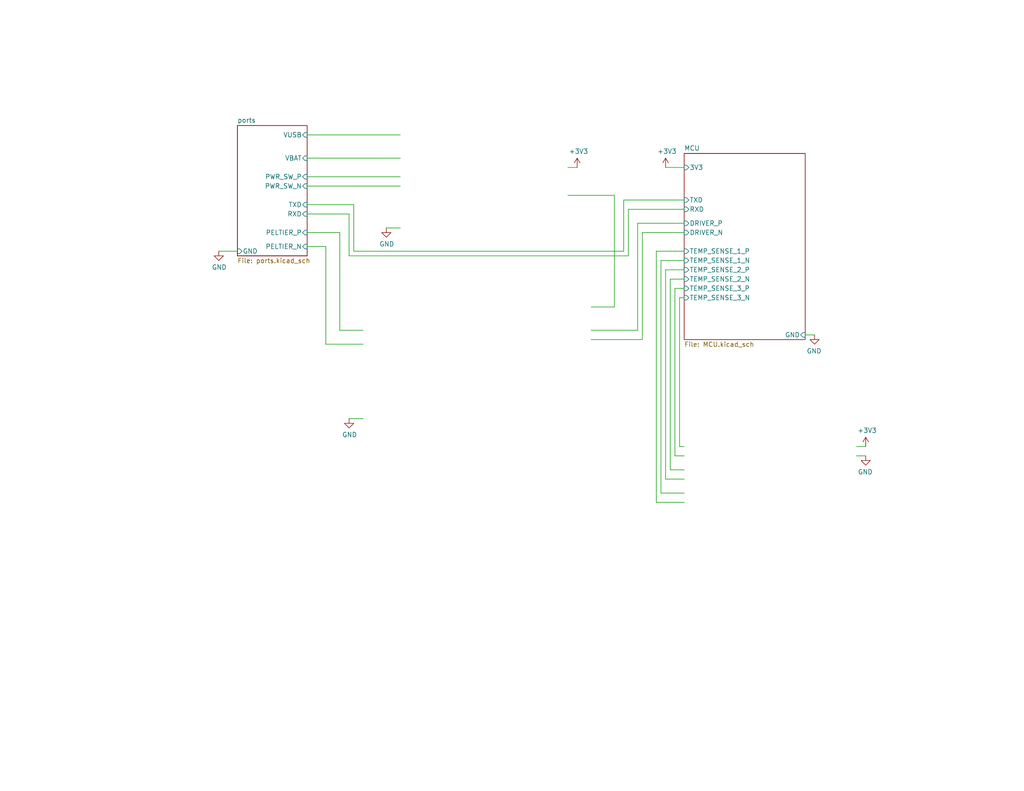
<source format=kicad_sch>
(kicad_sch (version 20211123) (generator eeschema)
  (paper "USLetter")
  (lib_symbols
    (symbol "power:+3V3" (power) (pin_names (offset 0))
      (property "Value" "+3V3" (at 0 3.556 0))
      (symbol "+3V3_0_1"
        (polyline (pts (xy -0.762 1.27) (xy 0 2.54)))
        (polyline (pts (xy 0 0) (xy 0 2.54)))
        (polyline (pts (xy 0 2.54) (xy 0.762 1.27)))
      )
      (symbol "+3V3_1_1"
        (pin power_in line (at 0 0 90) (length 0) hide (name "+3V3") (number "1"))
      )
    )
    (symbol "power:GND" (power) (pin_names (offset 0))
      (property "Value" "GND" (at 0 -3.81 0))
      (symbol "GND_0_1"
        (polyline (pts (xy 0 0) (xy 0 -1.27) (xy 1.27 -1.27) (xy 0 -2.54) (xy -1.27 -1.27) (xy 0 -1.27)))
      )
      (symbol "GND_1_1"
        (pin power_in line (at 0 0 270) (length 0) hide (name "GND") (number "1"))
      )
    )
  )
  (wire (pts (xy 181.61 73.66) (xy 181.61 130.81)))
  (wire (pts (xy 109.22 50.8) (xy 83.82 50.8)))
  (wire (pts (xy 186.69 134.62) (xy 180.34 134.62)))
  (wire (pts (xy 175.26 92.71) (xy 161.29 92.71)))
  (wire (pts (xy 186.69 68.58) (xy 179.07 68.58)))
  (wire (pts (xy 186.69 63.5) (xy 175.26 63.5)))
  (wire (pts (xy 170.18 54.61) (xy 186.69 54.61)))
  (wire (pts (xy 181.61 130.81) (xy 186.69 130.81)))
  (wire (pts (xy 99.06 114.3) (xy 95.25 114.3)))
  (wire (pts (xy 170.18 68.58) (xy 170.18 54.61)))
  (wire (pts (xy 167.64 83.82) (xy 161.29 83.82)))
  (wire (pts (xy 88.9 93.98) (xy 88.9 67.31)))
  (wire (pts (xy 180.34 134.62) (xy 180.34 71.12)))
  (wire (pts (xy 173.99 90.17) (xy 173.99 60.96)))
  (wire (pts (xy 186.69 78.74) (xy 184.15 78.74)))
  (wire (pts (xy 186.69 57.15) (xy 171.45 57.15)))
  (wire (pts (xy 181.61 45.72) (xy 186.69 45.72)))
  (wire (pts (xy 182.88 76.2) (xy 186.69 76.2)))
  (wire (pts (xy 99.06 93.98) (xy 88.9 93.98)))
  (wire (pts (xy 167.64 53.34) (xy 167.64 83.82)))
  (wire (pts (xy 175.26 63.5) (xy 175.26 92.71)))
  (wire (pts (xy 236.22 121.92) (xy 233.68 121.92)))
  (wire (pts (xy 173.99 60.96) (xy 186.69 60.96)))
  (wire (pts (xy 99.06 90.17) (xy 92.71 90.17)))
  (wire (pts (xy 179.07 137.16) (xy 186.69 137.16)))
  (wire (pts (xy 154.94 53.34) (xy 167.64 53.34)))
  (wire (pts (xy 185.42 81.28) (xy 186.69 81.28)))
  (wire (pts (xy 186.69 73.66) (xy 181.61 73.66)))
  (wire (pts (xy 64.77 68.58) (xy 59.69 68.58)))
  (wire (pts (xy 161.29 90.17) (xy 173.99 90.17)))
  (wire (pts (xy 157.48 45.72) (xy 154.94 45.72)))
  (wire (pts (xy 83.82 48.26) (xy 109.22 48.26)))
  (wire (pts (xy 109.22 43.18) (xy 83.82 43.18)))
  (wire (pts (xy 186.69 128.27) (xy 182.88 128.27)))
  (wire (pts (xy 180.34 71.12) (xy 186.69 71.12)))
  (wire (pts (xy 219.71 91.44) (xy 222.25 91.44)))
  (wire (pts (xy 83.82 55.88) (xy 96.52 55.88)))
  (wire (pts (xy 88.9 67.31) (xy 83.82 67.31)))
  (wire (pts (xy 171.45 69.85) (xy 95.25 69.85)))
  (wire (pts (xy 105.41 62.23) (xy 109.22 62.23)))
  (wire (pts (xy 109.22 36.83) (xy 83.82 36.83)))
  (wire (pts (xy 92.71 63.5) (xy 83.82 63.5)))
  (wire (pts (xy 185.42 121.92) (xy 185.42 81.28)))
  (wire (pts (xy 96.52 55.88) (xy 96.52 68.58)))
  (wire (pts (xy 96.52 68.58) (xy 170.18 68.58)))
  (wire (pts (xy 184.15 124.46) (xy 186.69 124.46)))
  (wire (pts (xy 233.68 124.46) (xy 236.22 124.46)))
  (wire (pts (xy 182.88 128.27) (xy 182.88 76.2)))
  (wire (pts (xy 92.71 90.17) (xy 92.71 63.5)))
  (wire (pts (xy 186.69 121.92) (xy 185.42 121.92)))
  (wire (pts (xy 95.25 58.42) (xy 83.82 58.42)))
  (wire (pts (xy 171.45 57.15) (xy 171.45 69.85)))
  (wire (pts (xy 184.15 78.74) (xy 184.15 124.46)))
  (wire (pts (xy 95.25 69.85) (xy 95.25 58.42)))
  (wire (pts (xy 179.07 68.58) (xy 179.07 137.16)))
  (symbol (lib_id "power:GND") (at 105.41 62.23 0) (unit 1)
    (property "Reference" "#PWR0126" (effects hide))
    (property "Value" "GND" (at 105.537 66.6242 0))
  )
  (symbol (lib_id "power:GND") (at 59.69 68.58 0) (unit 1)
    (property "Reference" "#PWR0129" (effects hide))
    (property "Value" "GND" (at 59.817 72.9742 0))
  )
  (symbol (lib_id "power:GND") (at 95.25 114.3 0) (unit 1)
    (property "Reference" "#PWR0138" (effects hide))
    (property "Value" "GND" (at 95.377 118.6942 0))
  )
  (symbol (lib_id "power:GND") (at 222.25 91.44 0) (mirror y) (unit 1)
    (property "Reference" "#PWR0139" (effects hide))
    (property "Value" "GND" (at 222.123 95.8342 0))
  )
  (symbol (lib_id "power:+3V3") (at 157.48 45.72 0) (unit 1)
    (property "Reference" "#PWR0140" (effects hide))
    (property "Value" "+3V3" (at 157.861 41.3258 0))
  )
  (symbol (lib_id "power:+3V3") (at 181.61 45.72 0) (unit 1)
    (property "Reference" "#PWR0141" (effects hide))
    (property "Value" "+3V3" (at 181.991 41.3258 0))
  )
  (symbol (lib_id "power:+3V3") (at 236.22 121.92 0) (unit 1)
    (property "Reference" "#PWR0142" (effects hide))
    (property "Value" "+3V3" (at 236.601 117.5258 0))
  )
  (symbol (lib_id "power:GND") (at 236.22 124.46 0) (mirror y) (unit 1)
    (property "Reference" "#PWR0143" (effects hide))
    (property "Value" "GND" (at 236.093 128.8542 0))
  )
  (sheet (at 186.69 41.91) (size 33.02 50.8)
    (property "Sheet name" "MCU" (at 186.69 41.1984 0) (effects (justify left bottom)))
    (property "Sheet file" "MCU.kicad_sch" (at 186.69 93.2946 0) (effects (justify left top)))
    (pin "3V3" input (at 186.69 45.72 180))
    (pin "GND" input (at 219.71 91.44 0))
    (pin "RXD" input (at 186.69 57.15 180))
    (pin "TXD" input (at 186.69 54.61 180))
    (pin "DRIVER_N" input (at 186.69 63.5 180))
    (pin "DRIVER_P" input (at 186.69 60.96 180))
    (pin "TEMP_SENSE_1_P" input (at 186.69 68.58 180))
    (pin "TEMP_SENSE_2_N" input (at 186.69 76.2 180))
    (pin "TEMP_SENSE_3_N" input (at 186.69 81.28 180))
    (pin "TEMP_SENSE_1_N" input (at 186.69 71.12 180))
    (pin "TEMP_SENSE_2_P" input (at 186.69 73.66 180))
    (pin "TEMP_SENSE_3_P" input (at 186.69 78.74 180))
  )
  (sheet (at 64.77 34.29) (size 19.05 35.56)
    (property "Sheet name" "ports" (at 64.77 33.5784 0) (effects (justify left bottom)))
    (property "Sheet file" "ports.kicad_sch" (at 64.77 70.4346 0) (effects (justify left top)))
    (pin "TXD" input (at 83.82 55.88 0))
    (pin "RXD" input (at 83.82 58.42 0))
    (pin "GND" input (at 64.77 68.58 180))
    (pin "VUSB" input (at 83.82 36.83 0))
    (pin "VBAT" input (at 83.82 43.18 0))
    (pin "PWR_SW_P" input (at 83.82 48.26 0))
    (pin "PWR_SW_N" input (at 83.82 50.8 0))
    (pin "PELTIER_P" input (at 83.82 63.5 0))
    (pin "PELTIER_N" input (at 83.82 67.31 0))
  )
)
</source>
